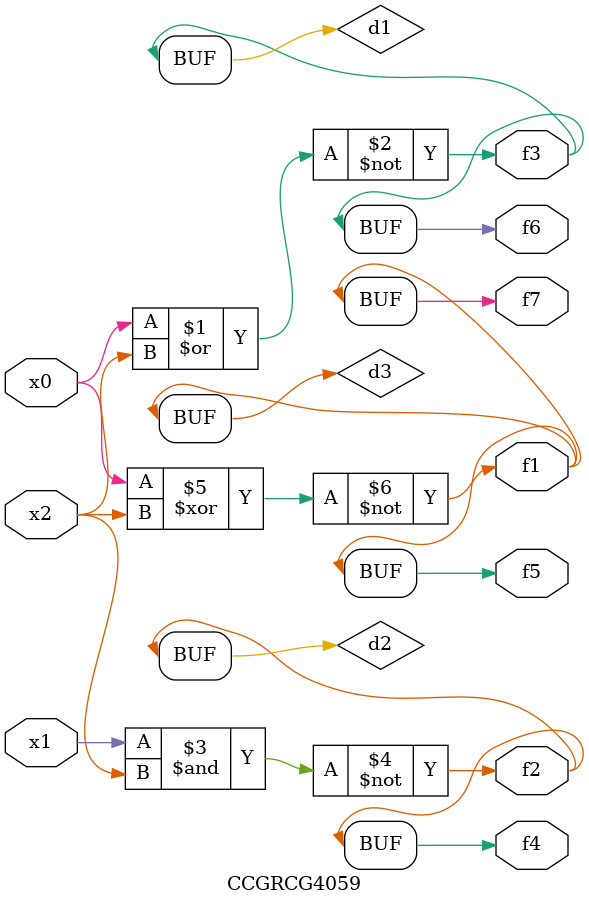
<source format=v>
module CCGRCG4059(
	input x0, x1, x2,
	output f1, f2, f3, f4, f5, f6, f7
);

	wire d1, d2, d3;

	nor (d1, x0, x2);
	nand (d2, x1, x2);
	xnor (d3, x0, x2);
	assign f1 = d3;
	assign f2 = d2;
	assign f3 = d1;
	assign f4 = d2;
	assign f5 = d3;
	assign f6 = d1;
	assign f7 = d3;
endmodule

</source>
